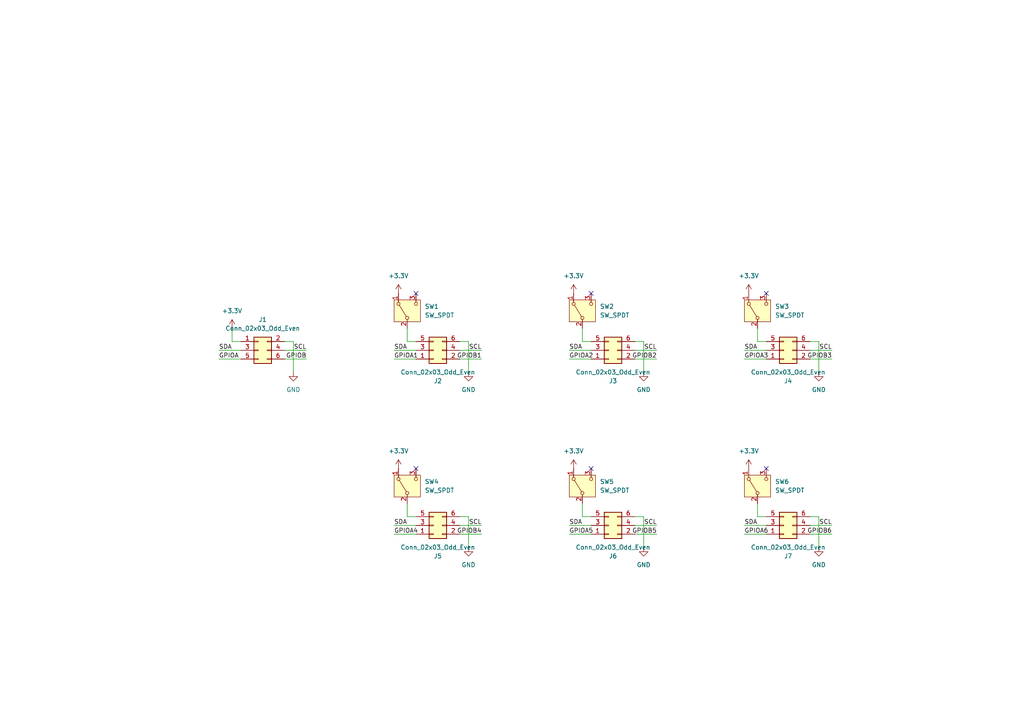
<source format=kicad_sch>
(kicad_sch (version 20231120) (generator "eeschema") (generator_version "8.0")
  (paper "A4")
  (lib_symbols
    (symbol "Connector_Generic:Conn_02x03_Odd_Even" (pin_names (offset 1.016) hide)
      (property "Reference" "J" (at 1.27 5.08 0))
      (property "Value" "Conn_02x03_Odd_Even" (at 1.27 -5.08 0))
      (symbol "Conn_02x03_Odd_Even_1_1"
        (rectangle (start -1.27 -2.413) (end 0 -2.667) (stroke (width 0.1524)))
        (rectangle (start -1.27 0.127) (end 0 -0.127) (stroke (width 0.1524)))
        (rectangle (start -1.27 2.667) (end 0 2.413) (stroke (width 0.1524)))
        (rectangle (start -1.27 3.81) (end 3.81 -3.81) (stroke (width 0.254)) (fill (type background)))
        (rectangle (start 3.81 -2.413) (end 2.54 -2.667) (stroke (width 0.1524)))
        (rectangle (start 3.81 0.127) (end 2.54 -0.127) (stroke (width 0.1524)))
        (rectangle (start 3.81 2.667) (end 2.54 2.413) (stroke (width 0.1524)))
        (pin passive line (at -5.08 2.54 0) (length 3.81) (name "Pin_1") (number "1"))
        (pin passive line (at 7.62 2.54 180) (length 3.81) (name "Pin_2") (number "2"))
        (pin passive line (at -5.08 0 0) (length 3.81) (name "Pin_3") (number "3"))
        (pin passive line (at 7.62 0 180) (length 3.81) (name "Pin_4") (number "4"))
        (pin passive line (at -5.08 -2.54 0) (length 3.81) (name "Pin_5") (number "5"))
        (pin passive line (at 7.62 -2.54 180) (length 3.81) (name "Pin_6") (number "6"))
      )
    )
    (symbol "Switch:SW_SPDT" (pin_names (offset 0) hide)
      (property "Reference" "SW" (at 0 5.08 0))
      (property "Value" "SW_SPDT" (at 0 -5.08 0))
      (symbol "SW_SPDT_0_1"
        (circle (center -2.032 0) (radius 0.4572))
        (polyline (pts (xy -1.651 0.254) (xy 1.651 2.286)))
        (circle (center 2.032 -2.54) (radius 0.4572))
        (circle (center 2.032 2.54) (radius 0.4572))
      )
      (symbol "SW_SPDT_1_1"
        (rectangle (start -3.175 3.81) (end 3.175 -3.81) (fill (type background)))
        (pin passive line (at 5.08 2.54 180) (length 2.54) (name "A") (number "1"))
        (pin passive line (at -5.08 0 0) (length 2.54) (name "B") (number "2"))
        (pin passive line (at 5.08 -2.54 180) (length 2.54) (name "C") (number "3"))
      )
    )
    (symbol "power:+3.3V" (power) (pin_names (offset 0))
      (property "Value" "+3.3V" (at 0 3.556 0))
      (symbol "+3.3V_0_1"
        (polyline (pts (xy -0.762 1.27) (xy 0 2.54)))
        (polyline (pts (xy 0 0) (xy 0 2.54)))
        (polyline (pts (xy 0 2.54) (xy 0.762 1.27)))
      )
      (symbol "+3.3V_1_1"
        (pin power_in line (at 0 0 90) (length 0) hide (name "+3.3V") (number "1"))
      )
    )
    (symbol "power:GND" (power) (pin_numbers hide) (pin_names (offset 0) hide)
      (property "Value" "GND" (at 0 -3.81 0))
      (symbol "GND_0_1"
        (polyline (pts (xy 0 0) (xy 0 -1.27) (xy 1.27 -1.27) (xy 0 -2.54) (xy -1.27 -1.27) (xy 0 -1.27)))
      )
      (symbol "GND_1_1"
        (pin power_in line (at 0 0 270) (length 0) (name "~") (number "1"))
      )
    )
  )
  (no_connect (at 120.65 85.09))
  (no_connect (at 120.65 135.89))
  (no_connect (at 222.25 85.09))
  (no_connect (at 171.45 135.89))
  (no_connect (at 222.25 135.89))
  (no_connect (at 171.45 85.09))
  (wire (pts (xy 184.15 101.6) (xy 190.5 101.6)))
  (wire (pts (xy 234.95 149.86) (xy 237.49 149.86)))
  (wire (pts (xy 215.9 104.14) (xy 222.25 104.14)))
  (wire (pts (xy 165.1 101.6) (xy 171.45 101.6)))
  (wire (pts (xy 88.9 104.14) (xy 82.55 104.14)))
  (wire (pts (xy 114.3 152.4) (xy 120.65 152.4)))
  (wire (pts (xy 241.3 154.94) (xy 234.95 154.94)))
  (wire (pts (xy 186.69 99.06) (xy 186.69 105.41)))
  (wire (pts (xy 215.9 101.6) (xy 222.25 101.6)))
  (wire (pts (xy 237.49 99.06) (xy 237.49 105.41)))
  (wire (pts (xy 135.89 105.41) (xy 135.89 107.95)) (stroke (width 0.1524)))
  (wire (pts (xy 63.5 104.14) (xy 69.85 104.14)))
  (wire (pts (xy 241.3 104.14) (xy 234.95 104.14)))
  (wire (pts (xy 219.71 95.25) (xy 219.71 99.06)) (stroke (width 0.1524)))
  (wire (pts (xy 234.95 99.06) (xy 237.49 99.06)))
  (wire (pts (xy 114.3 104.14) (xy 120.65 104.14)))
  (wire (pts (xy 184.15 99.06) (xy 186.69 99.06)))
  (wire (pts (xy 118.11 146.05) (xy 118.11 149.86)) (stroke (width 0.1524)))
  (wire (pts (xy 190.5 154.94) (xy 184.15 154.94)))
  (wire (pts (xy 168.91 95.25) (xy 168.91 99.06)) (stroke (width 0.1524)))
  (wire (pts (xy 67.31 95.25) (xy 67.31 99.06)) (stroke (width 0.1524)))
  (wire (pts (xy 165.1 104.14) (xy 171.45 104.14)))
  (wire (pts (xy 237.49 105.41) (xy 237.49 107.95)) (stroke (width 0.1524)))
  (wire (pts (xy 133.35 101.6) (xy 139.7 101.6)))
  (wire (pts (xy 190.5 104.14) (xy 184.15 104.14)))
  (wire (pts (xy 114.3 101.6) (xy 120.65 101.6)))
  (wire (pts (xy 234.95 101.6) (xy 241.3 101.6)))
  (wire (pts (xy 135.89 99.06) (xy 135.89 105.41)))
  (wire (pts (xy 219.71 149.86) (xy 222.25 149.86)) (stroke (width 0.1524)))
  (wire (pts (xy 118.11 149.86) (xy 120.65 149.86)) (stroke (width 0.1524)))
  (wire (pts (xy 118.11 99.06) (xy 120.65 99.06)) (stroke (width 0.1524)))
  (wire (pts (xy 85.09 99.06) (xy 85.09 105.41)))
  (wire (pts (xy 82.55 101.6) (xy 88.9 101.6)))
  (wire (pts (xy 139.7 104.14) (xy 133.35 104.14)))
  (wire (pts (xy 215.9 152.4) (xy 222.25 152.4)))
  (wire (pts (xy 135.89 149.86) (xy 135.89 156.21)))
  (wire (pts (xy 85.09 105.41) (xy 85.09 107.95)) (stroke (width 0.1524)))
  (wire (pts (xy 135.89 156.21) (xy 135.89 158.75)) (stroke (width 0.1524)))
  (wire (pts (xy 184.15 149.86) (xy 186.69 149.86)))
  (wire (pts (xy 219.71 146.05) (xy 219.71 149.86)) (stroke (width 0.1524)))
  (wire (pts (xy 133.35 99.06) (xy 135.89 99.06)))
  (wire (pts (xy 186.69 105.41) (xy 186.69 107.95)) (stroke (width 0.1524)))
  (wire (pts (xy 133.35 149.86) (xy 135.89 149.86)))
  (wire (pts (xy 114.3 154.94) (xy 120.65 154.94)))
  (wire (pts (xy 184.15 152.4) (xy 190.5 152.4)))
  (wire (pts (xy 133.35 152.4) (xy 139.7 152.4)))
  (wire (pts (xy 186.69 149.86) (xy 186.69 156.21)))
  (wire (pts (xy 67.31 99.06) (xy 69.85 99.06)) (stroke (width 0.1524)))
  (wire (pts (xy 63.5 101.6) (xy 69.85 101.6)))
  (wire (pts (xy 219.71 99.06) (xy 222.25 99.06)) (stroke (width 0.1524)))
  (wire (pts (xy 165.1 154.94) (xy 171.45 154.94)))
  (wire (pts (xy 165.1 152.4) (xy 171.45 152.4)))
  (wire (pts (xy 234.95 152.4) (xy 241.3 152.4)))
  (wire (pts (xy 237.49 149.86) (xy 237.49 156.21)))
  (wire (pts (xy 139.7 154.94) (xy 133.35 154.94)))
  (wire (pts (xy 168.91 146.05) (xy 168.91 149.86)) (stroke (width 0.1524)))
  (wire (pts (xy 186.69 156.21) (xy 186.69 158.75)) (stroke (width 0.1524)))
  (wire (pts (xy 82.55 99.06) (xy 85.09 99.06)))
  (wire (pts (xy 237.49 156.21) (xy 237.49 158.75)) (stroke (width 0.1524)))
  (wire (pts (xy 118.11 95.25) (xy 118.11 99.06)) (stroke (width 0.1524)))
  (wire (pts (xy 168.91 99.06) (xy 171.45 99.06)) (stroke (width 0.1524)))
  (wire (pts (xy 168.91 149.86) (xy 171.45 149.86)) (stroke (width 0.1524)))
  (wire (pts (xy 215.9 154.94) (xy 222.25 154.94)))
  (label "SCL" (at 190.5 152.4 180))
  (label "SDA" (at 114.3 101.6 0))
  (label "GPIOB1" (at 139.7 104.14 180))
  (label "GPIOA5" (at 165.1 154.94 0))
  (label "GPIOA1" (at 114.3 104.14 0))
  (label "SCL" (at 139.7 152.4 180))
  (label "GPIOA2" (at 165.1 104.14 0))
  (label "GPIOB4" (at 139.7 154.94 180))
  (label "SDA" (at 165.1 101.6 0))
  (label "SDA" (at 215.9 152.4 0))
  (label "SCL" (at 190.5 101.6 180))
  (label "GPIOA6" (at 215.9 154.94 0))
  (label "GPIOB2" (at 190.5 104.14 180))
  (label "SDA" (at 63.5 101.6 0))
  (label "SDA" (at 165.1 152.4 0))
  (label "SCL" (at 241.3 101.6 180))
  (label "GPIOA" (at 63.5 104.14 0))
  (label "GPIOB5" (at 190.5 154.94 180))
  (label "GPIOB" (at 88.9 104.14 180))
  (label "GPIOA4" (at 114.3 154.94 0))
  (label "GPIOB3" (at 241.3 104.14 180))
  (label "SCL" (at 241.3 152.4 180))
  (label "SCL" (at 88.9 101.6 180))
  (label "SDA" (at 114.3 152.4 0))
  (label "GPIOB6" (at 241.3 154.94 180))
  (label "SDA" (at 215.9 101.6 0))
  (label "GPIOA3" (at 215.9 104.14 0))
  (label "SCL" (at 139.7 101.6 180))
  (symbol (lib_id "power:+3.3V") (at 217.17 85.09 0) (unit 1)
    (property "Reference" "#PWR07" (effects (hide yes)))
    (property "Value" "+3.3V" (at 217.17 80.01 0))
  )
  (symbol (lib_id "power:GND") (at 135.89 107.95 0) (unit 1)
    (property "Reference" "#PWR04" (effects (hide yes)))
    (property "Value" "GND" (at 135.89 113.03 0))
  )
  (symbol (lib_id "Connector_Generic:Conn_02x03_Odd_Even") (at 227.33 101.6 0) (mirror x) (unit 1)
    (property "Reference" "J4" (at 228.6 110.49 0))
    (property "Value" "Conn_02x03_Odd_Even" (at 228.6 107.95 0))
    (property "Footprint" "Connector_IDC:IDC-Header_2x03_P2.54mm_Vertical" (effects (hide yes)))
  )
  (symbol (lib_id "power:GND") (at 135.89 158.75 0) (unit 1)
    (property "Reference" "#PWR010" (effects (hide yes)))
    (property "Value" "GND" (at 135.89 163.83 0))
  )
  (symbol (lib_id "power:+3.3V") (at 115.57 135.89 0) (unit 1)
    (property "Reference" "#PWR09" (effects (hide yes)))
    (property "Value" "+3.3V" (at 115.57 130.81 0))
  )
  (symbol (lib_id "power:GND") (at 186.69 107.95 0) (unit 1)
    (property "Reference" "#PWR06" (effects (hide yes)))
    (property "Value" "GND" (at 186.69 113.03 0))
  )
  (symbol (lib_id "Connector_Generic:Conn_02x03_Odd_Even") (at 227.33 152.4 0) (mirror x) (unit 1)
    (property "Reference" "J7" (at 228.6 161.29 0))
    (property "Value" "Conn_02x03_Odd_Even" (at 228.6 158.75 0))
    (property "Footprint" "Connector_IDC:IDC-Header_2x03_P2.54mm_Vertical" (effects (hide yes)))
  )
  (symbol (lib_id "power:GND") (at 237.49 107.95 0) (unit 1)
    (property "Reference" "#PWR08" (effects (hide yes)))
    (property "Value" "GND" (at 237.49 113.03 0))
  )
  (symbol (lib_id "power:+3.3V") (at 166.37 85.09 0) (unit 1)
    (property "Reference" "#PWR05" (effects (hide yes)))
    (property "Value" "+3.3V" (at 166.37 80.01 0))
  )
  (symbol (lib_id "power:+3.3V") (at 166.37 135.89 0) (unit 1)
    (property "Reference" "#PWR011" (effects (hide yes)))
    (property "Value" "+3.3V" (at 166.37 130.81 0))
  )
  (symbol (lib_id "Connector_Generic:Conn_02x03_Odd_Even") (at 74.93 101.6 0) (unit 1)
    (property "Reference" "J1" (at 76.2 92.71 0))
    (property "Value" "Conn_02x03_Odd_Even" (at 76.2 95.25 0))
    (property "Footprint" "Connector_IDC:IDC-Header_2x03_P2.54mm_Vertical" (effects (hide yes)))
  )
  (symbol (lib_id "Switch:SW_SPDT") (at 168.91 140.97 90) (unit 1)
    (property "Reference" "SW5" (at 173.99 139.6999 90) (effects (justify right)))
    (property "Value" "SW_SPDT" (at 173.99 142.2399 90) (effects (justify right)))
    (property "Footprint" "Button_Switch_SMD:SW_SPDT_PCM12" (effects (hide yes)))
    (property "Description" "Switch, single pole double throw" (effects (hide yes)))
  )
  (symbol (lib_id "power:GND") (at 186.69 158.75 0) (unit 1)
    (property "Reference" "#PWR012" (effects (hide yes)))
    (property "Value" "GND" (at 186.69 163.83 0))
  )
  (symbol (lib_id "Switch:SW_SPDT") (at 168.91 90.17 90) (unit 1)
    (property "Reference" "SW2" (at 173.99 88.8999 90) (effects (justify right)))
    (property "Value" "SW_SPDT" (at 173.99 91.4399 90) (effects (justify right)))
    (property "Footprint" "Button_Switch_SMD:SW_SPDT_PCM12" (effects (hide yes)))
    (property "Description" "Switch, single pole double throw" (effects (hide yes)))
  )
  (symbol (lib_id "Switch:SW_SPDT") (at 118.11 140.97 90) (unit 1)
    (property "Reference" "SW4" (at 123.19 139.6999 90) (effects (justify right)))
    (property "Value" "SW_SPDT" (at 123.19 142.2399 90) (effects (justify right)))
    (property "Footprint" "Button_Switch_SMD:SW_SPDT_PCM12" (effects (hide yes)))
    (property "Description" "Switch, single pole double throw" (effects (hide yes)))
  )
  (symbol (lib_id "Connector_Generic:Conn_02x03_Odd_Even") (at 176.53 152.4 0) (mirror x) (unit 1)
    (property "Reference" "J6" (at 177.8 161.29 0))
    (property "Value" "Conn_02x03_Odd_Even" (at 177.8 158.75 0))
    (property "Footprint" "Connector_IDC:IDC-Header_2x03_P2.54mm_Vertical" (effects (hide yes)))
  )
  (symbol (lib_id "power:+3.3V") (at 115.57 85.09 0) (unit 1)
    (property "Reference" "#PWR03" (effects (hide yes)))
    (property "Value" "+3.3V" (at 115.57 80.01 0))
  )
  (symbol (lib_id "power:+3.3V") (at 67.31 95.25 0) (unit 1)
    (property "Reference" "#PWR01" (effects (hide yes)))
    (property "Value" "+3.3V" (at 67.31 90.17 0))
  )
  (symbol (lib_id "Switch:SW_SPDT") (at 219.71 90.17 90) (unit 1)
    (property "Reference" "SW3" (at 224.79 88.8999 90) (effects (justify right)))
    (property "Value" "SW_SPDT" (at 224.79 91.4399 90) (effects (justify right)))
    (property "Footprint" "Button_Switch_SMD:SW_SPDT_PCM12" (effects (hide yes)))
    (property "Description" "Switch, single pole double throw" (effects (hide yes)))
  )
  (symbol (lib_id "Connector_Generic:Conn_02x03_Odd_Even") (at 125.73 152.4 0) (mirror x) (unit 1)
    (property "Reference" "J5" (at 127 161.29 0))
    (property "Value" "Conn_02x03_Odd_Even" (at 127 158.75 0))
    (property "Footprint" "Connector_IDC:IDC-Header_2x03_P2.54mm_Vertical" (effects (hide yes)))
  )
  (symbol (lib_id "Connector_Generic:Conn_02x03_Odd_Even") (at 176.53 101.6 0) (mirror x) (unit 1)
    (property "Reference" "J3" (at 177.8 110.49 0))
    (property "Value" "Conn_02x03_Odd_Even" (at 177.8 107.95 0))
    (property "Footprint" "Connector_IDC:IDC-Header_2x03_P2.54mm_Vertical" (effects (hide yes)))
  )
  (symbol (lib_id "Switch:SW_SPDT") (at 219.71 140.97 90) (unit 1)
    (property "Reference" "SW6" (at 224.79 139.6999 90) (effects (justify right)))
    (property "Value" "SW_SPDT" (at 224.79 142.2399 90) (effects (justify right)))
    (property "Footprint" "Button_Switch_SMD:SW_SPDT_PCM12" (effects (hide yes)))
    (property "Description" "Switch, single pole double throw" (effects (hide yes)))
  )
  (symbol (lib_id "power:GND") (at 237.49 158.75 0) (unit 1)
    (property "Reference" "#PWR014" (effects (hide yes)))
    (property "Value" "GND" (at 237.49 163.83 0))
  )
  (symbol (lib_id "Switch:SW_SPDT") (at 118.11 90.17 90) (unit 1)
    (property "Reference" "SW1" (at 123.19 88.8999 90) (effects (justify right)))
    (property "Value" "SW_SPDT" (at 123.19 91.4399 90) (effects (justify right)))
    (property "Footprint" "Button_Switch_SMD:SW_SPDT_PCM12" (effects (hide yes)))
    (property "Description" "Switch, single pole double throw" (effects (hide yes)))
  )
  (symbol (lib_id "Connector_Generic:Conn_02x03_Odd_Even") (at 125.73 101.6 0) (mirror x) (unit 1)
    (property "Reference" "J2" (at 127 110.49 0))
    (property "Value" "Conn_02x03_Odd_Even" (at 127 107.95 0))
    (property "Footprint" "Connector_IDC:IDC-Header_2x03_P2.54mm_Vertical" (effects (hide yes)))
  )
  (symbol (lib_id "power:+3.3V") (at 217.17 135.89 0) (unit 1)
    (property "Reference" "#PWR013" (effects (hide yes)))
    (property "Value" "+3.3V" (at 217.17 130.81 0))
  )
  (symbol (lib_id "power:GND") (at 85.09 107.95 0) (unit 1)
    (property "Reference" "#PWR02" (effects (hide yes)))
    (property "Value" "GND" (at 85.09 113.03 0))
  )
)
</source>
